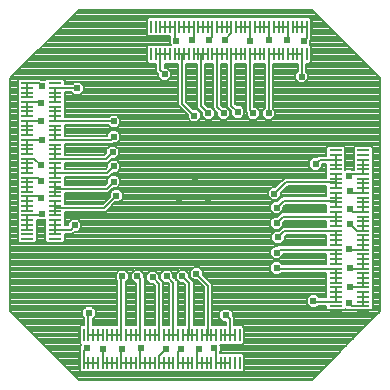
<source format=gbl>
G75*
%MOIN*%
%OFA0B0*%
%FSLAX25Y25*%
%IPPOS*%
%LPD*%
%AMOC8*
5,1,8,0,0,1.08239X$1,22.5*
%
%ADD10R,0.04488X0.00787*%
%ADD11R,0.00787X0.04488*%
%ADD12C,0.00787*%
%ADD13C,0.02381*%
D10*
X0054445Y0124425D03*
X0054445Y0126000D03*
X0054445Y0127575D03*
X0054445Y0129150D03*
X0054445Y0130724D03*
X0054445Y0132299D03*
X0054445Y0133874D03*
X0054445Y0135449D03*
X0054445Y0137024D03*
X0054445Y0138598D03*
X0054445Y0140173D03*
X0054445Y0141748D03*
X0054445Y0143323D03*
X0054445Y0144898D03*
X0054445Y0146472D03*
X0054445Y0148047D03*
X0054445Y0149622D03*
X0054445Y0151197D03*
X0054445Y0152772D03*
X0054445Y0154346D03*
X0054445Y0155921D03*
X0054445Y0157496D03*
X0054445Y0159071D03*
X0054445Y0160646D03*
X0054445Y0162220D03*
X0054445Y0163795D03*
X0054445Y0165370D03*
X0054445Y0166945D03*
X0054445Y0168520D03*
X0054445Y0170094D03*
X0054445Y0171669D03*
X0054445Y0173244D03*
X0054445Y0174819D03*
X0054445Y0176394D03*
X0054445Y0177969D03*
X0063657Y0177969D03*
X0063657Y0176394D03*
X0063657Y0174819D03*
X0063657Y0173244D03*
X0063657Y0171669D03*
X0063657Y0170094D03*
X0063657Y0168520D03*
X0063657Y0166945D03*
X0063657Y0165370D03*
X0063657Y0163795D03*
X0063657Y0162220D03*
X0063657Y0160646D03*
X0063657Y0159071D03*
X0063657Y0157496D03*
X0063657Y0155921D03*
X0063657Y0154346D03*
X0063657Y0152772D03*
X0063657Y0151197D03*
X0063657Y0149622D03*
X0063657Y0148047D03*
X0063657Y0146472D03*
X0063657Y0144898D03*
X0063657Y0143323D03*
X0063657Y0141748D03*
X0063657Y0140173D03*
X0063657Y0138598D03*
X0063657Y0137024D03*
X0063657Y0135449D03*
X0063657Y0133874D03*
X0063657Y0132299D03*
X0063657Y0130724D03*
X0063657Y0129150D03*
X0063657Y0127575D03*
X0063657Y0126000D03*
X0063657Y0124425D03*
X0157240Y0124031D03*
X0157240Y0122457D03*
X0157240Y0120882D03*
X0157240Y0119307D03*
X0157240Y0117732D03*
X0157240Y0116157D03*
X0157240Y0114583D03*
X0157240Y0113008D03*
X0157240Y0111433D03*
X0157240Y0109858D03*
X0157240Y0108283D03*
X0157240Y0106709D03*
X0157240Y0105134D03*
X0157240Y0103559D03*
X0157240Y0101984D03*
X0157240Y0100409D03*
X0166453Y0100409D03*
X0166453Y0101984D03*
X0166453Y0103559D03*
X0166453Y0105134D03*
X0166453Y0106709D03*
X0166453Y0108283D03*
X0166453Y0109858D03*
X0166453Y0111433D03*
X0166453Y0113008D03*
X0166453Y0114583D03*
X0166453Y0116157D03*
X0166453Y0117732D03*
X0166453Y0119307D03*
X0166453Y0120882D03*
X0166453Y0122457D03*
X0166453Y0124031D03*
X0166453Y0125606D03*
X0166453Y0127181D03*
X0166453Y0128756D03*
X0166453Y0130331D03*
X0166453Y0131906D03*
X0166453Y0133480D03*
X0166453Y0135055D03*
X0166453Y0136630D03*
X0166453Y0138205D03*
X0166453Y0139780D03*
X0166453Y0141354D03*
X0166453Y0142929D03*
X0166453Y0144504D03*
X0166453Y0146079D03*
X0166453Y0147654D03*
X0166453Y0149228D03*
X0166453Y0150803D03*
X0166453Y0152378D03*
X0166453Y0153953D03*
X0157240Y0153953D03*
X0157240Y0152378D03*
X0157240Y0150803D03*
X0157240Y0149228D03*
X0157240Y0147654D03*
X0157240Y0146079D03*
X0157240Y0144504D03*
X0157240Y0142929D03*
X0157240Y0141354D03*
X0157240Y0139780D03*
X0157240Y0138205D03*
X0157240Y0136630D03*
X0157240Y0135055D03*
X0157240Y0133480D03*
X0157240Y0131906D03*
X0157240Y0130331D03*
X0157240Y0128756D03*
X0157240Y0127181D03*
X0157240Y0125606D03*
D11*
X0125213Y0092398D03*
X0123638Y0092398D03*
X0122063Y0092398D03*
X0120488Y0092398D03*
X0118913Y0092398D03*
X0117339Y0092398D03*
X0115764Y0092398D03*
X0114189Y0092398D03*
X0112614Y0092398D03*
X0111039Y0092398D03*
X0109465Y0092398D03*
X0107890Y0092398D03*
X0106315Y0092398D03*
X0104740Y0092398D03*
X0103165Y0092398D03*
X0101591Y0092398D03*
X0100016Y0092398D03*
X0098441Y0092398D03*
X0096866Y0092398D03*
X0095291Y0092398D03*
X0093717Y0092398D03*
X0092142Y0092398D03*
X0090567Y0092398D03*
X0088992Y0092398D03*
X0087417Y0092398D03*
X0085843Y0092398D03*
X0084268Y0092398D03*
X0082693Y0092398D03*
X0081118Y0092398D03*
X0079543Y0092398D03*
X0077969Y0092398D03*
X0076394Y0092398D03*
X0074819Y0092398D03*
X0073244Y0092398D03*
X0071669Y0092398D03*
X0071669Y0083185D03*
X0073244Y0083185D03*
X0074819Y0083185D03*
X0076394Y0083185D03*
X0077969Y0083185D03*
X0079543Y0083185D03*
X0081118Y0083185D03*
X0082693Y0083185D03*
X0084268Y0083185D03*
X0085843Y0083185D03*
X0087417Y0083185D03*
X0088992Y0083185D03*
X0090567Y0083185D03*
X0092142Y0083185D03*
X0093717Y0083185D03*
X0095291Y0083185D03*
X0096866Y0083185D03*
X0098441Y0083185D03*
X0100016Y0083185D03*
X0101591Y0083185D03*
X0103165Y0083185D03*
X0104740Y0083185D03*
X0106315Y0083185D03*
X0107890Y0083185D03*
X0109465Y0083185D03*
X0111039Y0083185D03*
X0112614Y0083185D03*
X0114189Y0083185D03*
X0115764Y0083185D03*
X0117339Y0083185D03*
X0118913Y0083185D03*
X0120488Y0083185D03*
X0122063Y0083185D03*
X0123638Y0083185D03*
X0125213Y0083185D03*
X0125606Y0185980D03*
X0124031Y0185980D03*
X0122457Y0185980D03*
X0120882Y0185980D03*
X0119307Y0185980D03*
X0117732Y0185980D03*
X0116157Y0185980D03*
X0114583Y0185980D03*
X0113008Y0185980D03*
X0111433Y0185980D03*
X0109858Y0185980D03*
X0108283Y0185980D03*
X0106709Y0185980D03*
X0105134Y0185980D03*
X0103559Y0185980D03*
X0101984Y0185980D03*
X0100409Y0185980D03*
X0098835Y0185980D03*
X0097260Y0185980D03*
X0095685Y0185980D03*
X0095685Y0195193D03*
X0097260Y0195193D03*
X0098835Y0195193D03*
X0100409Y0195193D03*
X0101984Y0195193D03*
X0103559Y0195193D03*
X0105134Y0195193D03*
X0106709Y0195193D03*
X0108283Y0195193D03*
X0109858Y0195193D03*
X0111433Y0195193D03*
X0113008Y0195193D03*
X0114583Y0195193D03*
X0116157Y0195193D03*
X0117732Y0195193D03*
X0119307Y0195193D03*
X0120882Y0195193D03*
X0122457Y0195193D03*
X0124031Y0195193D03*
X0125606Y0195193D03*
X0127181Y0195193D03*
X0128756Y0195193D03*
X0130331Y0195193D03*
X0131906Y0195193D03*
X0133480Y0195193D03*
X0135055Y0195193D03*
X0136630Y0195193D03*
X0138205Y0195193D03*
X0139780Y0195193D03*
X0141354Y0195193D03*
X0142929Y0195193D03*
X0144504Y0195193D03*
X0146079Y0195193D03*
X0147654Y0195193D03*
X0149228Y0195193D03*
X0149228Y0185980D03*
X0147654Y0185980D03*
X0146079Y0185980D03*
X0144504Y0185980D03*
X0142929Y0185980D03*
X0141354Y0185980D03*
X0139780Y0185980D03*
X0138205Y0185980D03*
X0136630Y0185980D03*
X0135055Y0185980D03*
X0133480Y0185980D03*
X0131906Y0185980D03*
X0130331Y0185980D03*
X0128756Y0185980D03*
X0127181Y0185980D03*
D12*
X0048850Y0100396D02*
X0071656Y0077591D01*
X0149242Y0077591D01*
X0172047Y0100396D01*
X0172047Y0177982D01*
X0149242Y0200787D01*
X0071656Y0200787D01*
X0048850Y0177982D01*
X0048850Y0100396D01*
X0048850Y0100679D02*
X0072831Y0100679D01*
X0072831Y0100724D02*
X0072831Y0098914D01*
X0073431Y0098314D01*
X0073431Y0095635D01*
X0072439Y0095635D01*
X0071857Y0095053D01*
X0071857Y0089742D01*
X0072365Y0089234D01*
X0072044Y0088913D01*
X0072044Y0087786D01*
X0071857Y0087598D01*
X0071857Y0080529D01*
X0072439Y0079947D01*
X0126018Y0079947D01*
X0126600Y0080529D01*
X0126600Y0085841D01*
X0126018Y0086423D01*
X0118726Y0086423D01*
X0118726Y0086897D01*
X0118932Y0087103D01*
X0118932Y0088913D01*
X0118685Y0089160D01*
X0124443Y0089160D01*
X0126018Y0089160D01*
X0126600Y0089742D01*
X0126600Y0095053D01*
X0126018Y0095635D01*
X0123450Y0095635D01*
X0123450Y0098228D01*
X0122869Y0098809D01*
X0122869Y0099936D01*
X0121590Y0101216D01*
X0119780Y0101216D01*
X0118501Y0099936D01*
X0118501Y0098127D01*
X0119780Y0096847D01*
X0120676Y0096847D01*
X0120676Y0095635D01*
X0116167Y0095635D01*
X0116167Y0109449D01*
X0113027Y0112589D01*
X0113027Y0113716D01*
X0111747Y0114995D01*
X0109938Y0114995D01*
X0108658Y0113716D01*
X0108658Y0111906D01*
X0109938Y0110627D01*
X0111065Y0110627D01*
X0113392Y0108299D01*
X0113392Y0095635D01*
X0109868Y0095635D01*
X0109868Y0110236D01*
X0108302Y0111801D01*
X0108302Y0112928D01*
X0107023Y0114208D01*
X0105213Y0114208D01*
X0103934Y0112928D01*
X0103934Y0111119D01*
X0105213Y0109839D01*
X0106340Y0109839D01*
X0107093Y0109087D01*
X0107093Y0095635D01*
X0104553Y0095635D01*
X0104553Y0110433D01*
X0103184Y0111801D01*
X0103184Y0112928D01*
X0101905Y0114208D01*
X0100095Y0114208D01*
X0098816Y0112928D01*
X0098816Y0111119D01*
X0100095Y0109839D01*
X0101222Y0109839D01*
X0101778Y0109284D01*
X0101778Y0095635D01*
X0099828Y0095635D01*
X0099828Y0110039D01*
X0098460Y0111408D01*
X0098460Y0112535D01*
X0097180Y0113814D01*
X0095371Y0113814D01*
X0094091Y0112535D01*
X0094091Y0110725D01*
X0095371Y0109446D01*
X0096498Y0109446D01*
X0097054Y0108890D01*
X0097054Y0095635D01*
X0093529Y0095635D01*
X0093529Y0111614D01*
X0093342Y0111801D01*
X0093342Y0112928D01*
X0092062Y0114208D01*
X0090253Y0114208D01*
X0088973Y0112928D01*
X0088973Y0111119D01*
X0090253Y0109839D01*
X0090754Y0109839D01*
X0090754Y0095635D01*
X0087230Y0095635D01*
X0087230Y0110125D01*
X0088224Y0111119D01*
X0088224Y0112928D01*
X0086944Y0114208D01*
X0085135Y0114208D01*
X0083855Y0112928D01*
X0083855Y0111119D01*
X0084455Y0110519D01*
X0084455Y0095635D01*
X0076206Y0095635D01*
X0076206Y0097920D01*
X0077200Y0098914D01*
X0077200Y0100724D01*
X0075920Y0102003D01*
X0074111Y0102003D01*
X0072831Y0100724D01*
X0072831Y0099893D02*
X0049353Y0099893D01*
X0050139Y0099107D02*
X0072831Y0099107D01*
X0073424Y0098322D02*
X0050925Y0098322D01*
X0051711Y0097536D02*
X0073431Y0097536D01*
X0073431Y0096750D02*
X0052497Y0096750D01*
X0053283Y0095964D02*
X0073431Y0095964D01*
X0071981Y0095178D02*
X0054069Y0095178D01*
X0054855Y0094392D02*
X0071857Y0094392D01*
X0071857Y0093606D02*
X0055641Y0093606D01*
X0056426Y0092820D02*
X0071857Y0092820D01*
X0071857Y0092034D02*
X0057212Y0092034D01*
X0057998Y0091248D02*
X0071857Y0091248D01*
X0071857Y0090462D02*
X0058784Y0090462D01*
X0059570Y0089676D02*
X0071922Y0089676D01*
X0072044Y0088891D02*
X0060356Y0088891D01*
X0061142Y0088105D02*
X0072044Y0088105D01*
X0071857Y0087319D02*
X0061928Y0087319D01*
X0062714Y0086533D02*
X0071857Y0086533D01*
X0071857Y0085747D02*
X0063500Y0085747D01*
X0064286Y0084961D02*
X0071857Y0084961D01*
X0071857Y0084175D02*
X0065071Y0084175D01*
X0065857Y0083389D02*
X0071857Y0083389D01*
X0071857Y0082603D02*
X0066643Y0082603D01*
X0067429Y0081817D02*
X0071857Y0081817D01*
X0071857Y0081031D02*
X0068215Y0081031D01*
X0069001Y0080246D02*
X0072141Y0080246D01*
X0070573Y0078674D02*
X0150325Y0078674D01*
X0151111Y0079460D02*
X0069787Y0079460D01*
X0071359Y0077888D02*
X0149539Y0077888D01*
X0151897Y0080246D02*
X0126316Y0080246D01*
X0126600Y0081031D02*
X0152682Y0081031D01*
X0153468Y0081817D02*
X0126600Y0081817D01*
X0126600Y0082603D02*
X0154254Y0082603D01*
X0155040Y0083389D02*
X0126600Y0083389D01*
X0126600Y0084175D02*
X0155826Y0084175D01*
X0156612Y0084961D02*
X0126600Y0084961D01*
X0126600Y0085747D02*
X0157398Y0085747D01*
X0158184Y0086533D02*
X0118726Y0086533D01*
X0118932Y0087319D02*
X0158970Y0087319D01*
X0159756Y0088105D02*
X0118932Y0088105D01*
X0118932Y0088891D02*
X0160542Y0088891D01*
X0161328Y0089676D02*
X0126535Y0089676D01*
X0126600Y0090462D02*
X0162113Y0090462D01*
X0162899Y0091248D02*
X0126600Y0091248D01*
X0126600Y0092034D02*
X0163685Y0092034D01*
X0164471Y0092820D02*
X0126600Y0092820D01*
X0126600Y0093606D02*
X0165257Y0093606D01*
X0166043Y0094392D02*
X0126600Y0094392D01*
X0126475Y0095178D02*
X0166829Y0095178D01*
X0167615Y0095964D02*
X0123450Y0095964D01*
X0123450Y0096750D02*
X0168401Y0096750D01*
X0169187Y0097536D02*
X0123450Y0097536D01*
X0123357Y0098322D02*
X0169973Y0098322D01*
X0170758Y0099107D02*
X0122869Y0099107D01*
X0122869Y0099893D02*
X0171544Y0099893D01*
X0172047Y0100679D02*
X0169191Y0100679D01*
X0169108Y0100597D02*
X0169691Y0101179D01*
X0169691Y0154758D01*
X0169108Y0155340D01*
X0163797Y0155340D01*
X0163215Y0154758D01*
X0163215Y0147466D01*
X0162741Y0147466D01*
X0162535Y0147672D01*
X0160725Y0147672D01*
X0160478Y0147425D01*
X0160478Y0153183D01*
X0160478Y0154758D01*
X0159896Y0155340D01*
X0154584Y0155340D01*
X0154002Y0154758D01*
X0154002Y0152191D01*
X0151410Y0152191D01*
X0150828Y0151609D01*
X0149702Y0151609D01*
X0148422Y0150330D01*
X0148422Y0148520D01*
X0149702Y0147241D01*
X0151511Y0147241D01*
X0152791Y0148520D01*
X0152791Y0149416D01*
X0154002Y0149416D01*
X0154002Y0144907D01*
X0140189Y0144907D01*
X0137049Y0141767D01*
X0135922Y0141767D01*
X0134643Y0140487D01*
X0134643Y0138678D01*
X0135922Y0137398D01*
X0137732Y0137398D01*
X0139011Y0138678D01*
X0139011Y0139805D01*
X0141338Y0142132D01*
X0154002Y0142132D01*
X0154002Y0138608D01*
X0139402Y0138608D01*
X0137836Y0137043D01*
X0136709Y0137043D01*
X0135430Y0135763D01*
X0135430Y0133954D01*
X0136709Y0132674D01*
X0138519Y0132674D01*
X0139798Y0133954D01*
X0139798Y0135080D01*
X0140551Y0135833D01*
X0154002Y0135833D01*
X0154002Y0133293D01*
X0139205Y0133293D01*
X0137836Y0131924D01*
X0136709Y0131924D01*
X0135430Y0130645D01*
X0135430Y0128835D01*
X0136709Y0127556D01*
X0138519Y0127556D01*
X0139798Y0128835D01*
X0139798Y0129962D01*
X0140354Y0130518D01*
X0154002Y0130518D01*
X0154002Y0128568D01*
X0139599Y0128568D01*
X0138230Y0127200D01*
X0137103Y0127200D01*
X0135824Y0125920D01*
X0135824Y0124111D01*
X0137103Y0122831D01*
X0138913Y0122831D01*
X0140192Y0124111D01*
X0140192Y0125238D01*
X0140748Y0125794D01*
X0154002Y0125794D01*
X0154002Y0122269D01*
X0138024Y0122269D01*
X0137836Y0122082D01*
X0136709Y0122082D01*
X0135430Y0120802D01*
X0135430Y0118993D01*
X0136709Y0117713D01*
X0138519Y0117713D01*
X0139798Y0118993D01*
X0139798Y0119494D01*
X0154002Y0119494D01*
X0154002Y0115970D01*
X0139513Y0115970D01*
X0138519Y0116964D01*
X0136709Y0116964D01*
X0135430Y0115684D01*
X0135430Y0113875D01*
X0136709Y0112595D01*
X0138519Y0112595D01*
X0139119Y0113195D01*
X0154002Y0113195D01*
X0154002Y0104946D01*
X0151717Y0104946D01*
X0150724Y0105940D01*
X0148914Y0105940D01*
X0147635Y0104661D01*
X0147635Y0102851D01*
X0148914Y0101572D01*
X0150724Y0101572D01*
X0151324Y0102172D01*
X0154002Y0102172D01*
X0154002Y0101179D01*
X0154584Y0100597D01*
X0159896Y0100597D01*
X0160404Y0101105D01*
X0160725Y0100784D01*
X0161852Y0100784D01*
X0162039Y0100597D01*
X0169108Y0100597D01*
X0169691Y0101465D02*
X0172047Y0101465D01*
X0172047Y0102251D02*
X0169691Y0102251D01*
X0169691Y0103037D02*
X0172047Y0103037D01*
X0172047Y0103823D02*
X0169691Y0103823D01*
X0169691Y0104609D02*
X0172047Y0104609D01*
X0172047Y0105395D02*
X0169691Y0105395D01*
X0169691Y0106181D02*
X0172047Y0106181D01*
X0172047Y0106967D02*
X0169691Y0106967D01*
X0169691Y0107752D02*
X0172047Y0107752D01*
X0172047Y0108538D02*
X0169691Y0108538D01*
X0169691Y0109324D02*
X0172047Y0109324D01*
X0172047Y0110110D02*
X0169691Y0110110D01*
X0169691Y0110896D02*
X0172047Y0110896D01*
X0172047Y0111682D02*
X0169691Y0111682D01*
X0169691Y0112468D02*
X0172047Y0112468D01*
X0172047Y0113254D02*
X0169691Y0113254D01*
X0169691Y0114040D02*
X0172047Y0114040D01*
X0172047Y0114826D02*
X0169691Y0114826D01*
X0169691Y0115612D02*
X0172047Y0115612D01*
X0172047Y0116398D02*
X0169691Y0116398D01*
X0169691Y0117183D02*
X0172047Y0117183D01*
X0172047Y0117969D02*
X0169691Y0117969D01*
X0169691Y0118755D02*
X0172047Y0118755D01*
X0172047Y0119541D02*
X0169691Y0119541D01*
X0169691Y0120327D02*
X0172047Y0120327D01*
X0172047Y0121113D02*
X0169691Y0121113D01*
X0169691Y0121899D02*
X0172047Y0121899D01*
X0172047Y0122685D02*
X0169691Y0122685D01*
X0169691Y0123471D02*
X0172047Y0123471D01*
X0172047Y0124257D02*
X0169691Y0124257D01*
X0169691Y0125043D02*
X0172047Y0125043D01*
X0172047Y0125828D02*
X0169691Y0125828D01*
X0169691Y0126614D02*
X0172047Y0126614D01*
X0172047Y0127400D02*
X0169691Y0127400D01*
X0169691Y0128186D02*
X0172047Y0128186D01*
X0172047Y0128972D02*
X0169691Y0128972D01*
X0169691Y0129758D02*
X0172047Y0129758D01*
X0172047Y0130544D02*
X0169691Y0130544D01*
X0169691Y0131330D02*
X0172047Y0131330D01*
X0172047Y0132116D02*
X0169691Y0132116D01*
X0169691Y0132902D02*
X0172047Y0132902D01*
X0172047Y0133688D02*
X0169691Y0133688D01*
X0169691Y0134473D02*
X0172047Y0134473D01*
X0172047Y0135259D02*
X0169691Y0135259D01*
X0169691Y0136045D02*
X0172047Y0136045D01*
X0172047Y0136831D02*
X0169691Y0136831D01*
X0169691Y0137617D02*
X0172047Y0137617D01*
X0172047Y0138403D02*
X0169691Y0138403D01*
X0169691Y0139189D02*
X0172047Y0139189D01*
X0172047Y0139975D02*
X0169691Y0139975D01*
X0169691Y0140761D02*
X0172047Y0140761D01*
X0172047Y0141547D02*
X0169691Y0141547D01*
X0169691Y0142333D02*
X0172047Y0142333D01*
X0172047Y0143119D02*
X0169691Y0143119D01*
X0169691Y0143904D02*
X0172047Y0143904D01*
X0172047Y0144690D02*
X0169691Y0144690D01*
X0169691Y0145476D02*
X0172047Y0145476D01*
X0172047Y0146262D02*
X0169691Y0146262D01*
X0169691Y0147048D02*
X0172047Y0147048D01*
X0172047Y0147834D02*
X0169691Y0147834D01*
X0169691Y0148620D02*
X0172047Y0148620D01*
X0172047Y0149406D02*
X0169691Y0149406D01*
X0169691Y0150192D02*
X0172047Y0150192D01*
X0172047Y0150978D02*
X0169691Y0150978D01*
X0169691Y0151764D02*
X0172047Y0151764D01*
X0172047Y0152549D02*
X0169691Y0152549D01*
X0169691Y0153335D02*
X0172047Y0153335D01*
X0172047Y0154121D02*
X0169691Y0154121D01*
X0169541Y0154907D02*
X0172047Y0154907D01*
X0172047Y0155693D02*
X0066895Y0155693D01*
X0066895Y0156109D02*
X0082874Y0156109D01*
X0083061Y0156296D01*
X0084188Y0156296D01*
X0085468Y0157576D01*
X0085468Y0159385D01*
X0084188Y0160665D01*
X0082379Y0160665D01*
X0081099Y0159385D01*
X0081099Y0158883D01*
X0066895Y0158883D01*
X0066895Y0162408D01*
X0081385Y0162408D01*
X0082379Y0161414D01*
X0084188Y0161414D01*
X0085468Y0162694D01*
X0085468Y0164503D01*
X0084188Y0165783D01*
X0082379Y0165783D01*
X0081779Y0165183D01*
X0066895Y0165183D01*
X0066895Y0173431D01*
X0069180Y0173431D01*
X0070174Y0172438D01*
X0071983Y0172438D01*
X0073263Y0173717D01*
X0073263Y0175527D01*
X0071983Y0176806D01*
X0070174Y0176806D01*
X0069574Y0176206D01*
X0066895Y0176206D01*
X0066895Y0177199D01*
X0066313Y0177781D01*
X0061002Y0177781D01*
X0060493Y0177273D01*
X0060172Y0177594D01*
X0059046Y0177594D01*
X0058858Y0177781D01*
X0053870Y0177781D01*
X0051789Y0177781D01*
X0051207Y0177199D01*
X0051207Y0123620D01*
X0051789Y0123038D01*
X0057101Y0123038D01*
X0057683Y0123620D01*
X0057683Y0130912D01*
X0058157Y0130912D01*
X0058363Y0130706D01*
X0060172Y0130706D01*
X0060420Y0130953D01*
X0060420Y0123620D01*
X0061002Y0123038D01*
X0066313Y0123038D01*
X0066895Y0123620D01*
X0066895Y0126187D01*
X0069488Y0126187D01*
X0070069Y0126769D01*
X0071196Y0126769D01*
X0072476Y0128048D01*
X0072476Y0129857D01*
X0071196Y0131137D01*
X0069387Y0131137D01*
X0068107Y0129857D01*
X0068107Y0128962D01*
X0066895Y0128962D01*
X0066895Y0133471D01*
X0080709Y0133471D01*
X0083849Y0136611D01*
X0084976Y0136611D01*
X0086255Y0137891D01*
X0086255Y0139700D01*
X0084976Y0140980D01*
X0083166Y0140980D01*
X0081887Y0139700D01*
X0081887Y0138573D01*
X0079559Y0136246D01*
X0066895Y0136246D01*
X0066895Y0139770D01*
X0081496Y0139770D01*
X0083061Y0141335D01*
X0084188Y0141335D01*
X0085468Y0142615D01*
X0085468Y0144424D01*
X0084188Y0145704D01*
X0082379Y0145704D01*
X0081099Y0144424D01*
X0081099Y0143298D01*
X0080347Y0142545D01*
X0066895Y0142545D01*
X0066895Y0145085D01*
X0081693Y0145085D01*
X0083061Y0146454D01*
X0084188Y0146454D01*
X0085468Y0147733D01*
X0085468Y0149543D01*
X0084188Y0150822D01*
X0082379Y0150822D01*
X0081099Y0149543D01*
X0081099Y0148416D01*
X0080543Y0147860D01*
X0066895Y0147860D01*
X0066895Y0149809D01*
X0081299Y0149809D01*
X0082668Y0151178D01*
X0083795Y0151178D01*
X0085074Y0152457D01*
X0085074Y0154267D01*
X0083795Y0155546D01*
X0081985Y0155546D01*
X0080706Y0154267D01*
X0080706Y0153140D01*
X0080150Y0152584D01*
X0066895Y0152584D01*
X0066895Y0156109D01*
X0066895Y0154907D02*
X0081346Y0154907D01*
X0080706Y0154121D02*
X0066895Y0154121D01*
X0066895Y0153335D02*
X0080706Y0153335D01*
X0080724Y0151197D02*
X0082890Y0153362D01*
X0085074Y0153335D02*
X0154002Y0153335D01*
X0154002Y0152549D02*
X0085074Y0152549D01*
X0084380Y0151764D02*
X0150983Y0151764D01*
X0151984Y0150803D02*
X0150606Y0149425D01*
X0151984Y0150803D02*
X0157240Y0150803D01*
X0157240Y0152378D02*
X0157240Y0147654D01*
X0157240Y0146079D02*
X0157240Y0143520D01*
X0140764Y0143520D01*
X0136827Y0139583D01*
X0139011Y0139189D02*
X0154002Y0139189D01*
X0154002Y0139975D02*
X0139181Y0139975D01*
X0139967Y0140761D02*
X0154002Y0140761D01*
X0154002Y0141547D02*
X0140753Y0141547D01*
X0138401Y0143119D02*
X0085468Y0143119D01*
X0085468Y0143904D02*
X0139186Y0143904D01*
X0139972Y0144690D02*
X0085202Y0144690D01*
X0084416Y0145476D02*
X0154002Y0145476D01*
X0154002Y0146262D02*
X0082870Y0146262D01*
X0082151Y0145476D02*
X0082084Y0145476D01*
X0081365Y0144690D02*
X0066895Y0144690D01*
X0066895Y0143904D02*
X0081099Y0143904D01*
X0080920Y0143119D02*
X0066895Y0143119D01*
X0063657Y0143323D02*
X0063657Y0141157D01*
X0080921Y0141157D01*
X0083283Y0143520D01*
X0085185Y0142333D02*
X0137615Y0142333D01*
X0135702Y0141547D02*
X0084399Y0141547D01*
X0085194Y0140761D02*
X0134916Y0140761D01*
X0134643Y0139975D02*
X0085980Y0139975D01*
X0086255Y0139189D02*
X0134643Y0139189D01*
X0134917Y0138403D02*
X0086255Y0138403D01*
X0085982Y0137617D02*
X0135703Y0137617D01*
X0136498Y0136831D02*
X0085196Y0136831D01*
X0083283Y0136045D02*
X0135712Y0136045D01*
X0135430Y0135259D02*
X0082497Y0135259D01*
X0081711Y0134473D02*
X0135430Y0134473D01*
X0135696Y0133688D02*
X0080925Y0133688D01*
X0080134Y0134858D02*
X0084071Y0138795D01*
X0081887Y0139189D02*
X0066895Y0139189D01*
X0066895Y0138403D02*
X0081717Y0138403D01*
X0080931Y0137617D02*
X0066895Y0137617D01*
X0066895Y0136831D02*
X0080145Y0136831D01*
X0080134Y0134858D02*
X0063657Y0134858D01*
X0063657Y0132299D01*
X0063657Y0130724D02*
X0063657Y0126000D01*
X0063657Y0127575D02*
X0068913Y0127575D01*
X0070291Y0128953D01*
X0068107Y0128972D02*
X0066895Y0128972D01*
X0066895Y0129758D02*
X0068107Y0129758D01*
X0068794Y0130544D02*
X0066895Y0130544D01*
X0066895Y0131330D02*
X0136115Y0131330D01*
X0135430Y0130544D02*
X0071789Y0130544D01*
X0072476Y0129758D02*
X0135430Y0129758D01*
X0135430Y0128972D02*
X0072476Y0128972D01*
X0072476Y0128186D02*
X0136079Y0128186D01*
X0136518Y0126614D02*
X0069915Y0126614D01*
X0071828Y0127400D02*
X0138430Y0127400D01*
X0139149Y0128186D02*
X0139216Y0128186D01*
X0139798Y0128972D02*
X0154002Y0128972D01*
X0154002Y0129758D02*
X0139798Y0129758D01*
X0139780Y0131906D02*
X0137614Y0129740D01*
X0138028Y0132116D02*
X0066895Y0132116D01*
X0066895Y0132902D02*
X0136482Y0132902D01*
X0137614Y0134858D02*
X0139976Y0137220D01*
X0157240Y0137220D01*
X0157240Y0135055D01*
X0157240Y0133480D02*
X0157240Y0128756D01*
X0157240Y0127181D02*
X0140173Y0127181D01*
X0138008Y0125016D01*
X0140192Y0125043D02*
X0154002Y0125043D01*
X0154002Y0124257D02*
X0140192Y0124257D01*
X0139552Y0123471D02*
X0154002Y0123471D01*
X0154002Y0122685D02*
X0048850Y0122685D01*
X0048850Y0123471D02*
X0051356Y0123471D01*
X0051207Y0124257D02*
X0048850Y0124257D01*
X0048850Y0125043D02*
X0051207Y0125043D01*
X0051207Y0125828D02*
X0048850Y0125828D01*
X0048850Y0126614D02*
X0051207Y0126614D01*
X0051207Y0127400D02*
X0048850Y0127400D01*
X0048850Y0128186D02*
X0051207Y0128186D01*
X0051207Y0128972D02*
X0048850Y0128972D01*
X0048850Y0129758D02*
X0051207Y0129758D01*
X0051207Y0130544D02*
X0048850Y0130544D01*
X0048850Y0131330D02*
X0051207Y0131330D01*
X0051207Y0132116D02*
X0048850Y0132116D01*
X0048850Y0132902D02*
X0051207Y0132902D01*
X0051207Y0133688D02*
X0048850Y0133688D01*
X0048850Y0134473D02*
X0051207Y0134473D01*
X0051207Y0135259D02*
X0048850Y0135259D01*
X0048850Y0136045D02*
X0051207Y0136045D01*
X0051207Y0136831D02*
X0048850Y0136831D01*
X0048850Y0137617D02*
X0051207Y0137617D01*
X0051207Y0138403D02*
X0048850Y0138403D01*
X0048850Y0139189D02*
X0051207Y0139189D01*
X0051207Y0139975D02*
X0048850Y0139975D01*
X0048850Y0140761D02*
X0051207Y0140761D01*
X0051207Y0141547D02*
X0048850Y0141547D01*
X0048850Y0142333D02*
X0051207Y0142333D01*
X0051207Y0143119D02*
X0048850Y0143119D01*
X0048850Y0143904D02*
X0051207Y0143904D01*
X0051207Y0144690D02*
X0048850Y0144690D01*
X0048850Y0145476D02*
X0051207Y0145476D01*
X0051207Y0146262D02*
X0048850Y0146262D01*
X0048850Y0147048D02*
X0051207Y0147048D01*
X0051207Y0147834D02*
X0048850Y0147834D01*
X0048850Y0148620D02*
X0051207Y0148620D01*
X0051207Y0149406D02*
X0048850Y0149406D01*
X0048850Y0150192D02*
X0051207Y0150192D01*
X0051207Y0150978D02*
X0048850Y0150978D01*
X0048850Y0151764D02*
X0051207Y0151764D01*
X0051207Y0152549D02*
X0048850Y0152549D01*
X0048850Y0153335D02*
X0051207Y0153335D01*
X0051207Y0154121D02*
X0048850Y0154121D01*
X0048850Y0154907D02*
X0051207Y0154907D01*
X0051207Y0155693D02*
X0048850Y0155693D01*
X0048850Y0156479D02*
X0051207Y0156479D01*
X0051207Y0157265D02*
X0048850Y0157265D01*
X0048850Y0158051D02*
X0051207Y0158051D01*
X0051207Y0158837D02*
X0048850Y0158837D01*
X0048850Y0159623D02*
X0051207Y0159623D01*
X0051207Y0160409D02*
X0048850Y0160409D01*
X0048850Y0161195D02*
X0051207Y0161195D01*
X0051207Y0161980D02*
X0048850Y0161980D01*
X0048850Y0162766D02*
X0051207Y0162766D01*
X0051207Y0163552D02*
X0048850Y0163552D01*
X0048850Y0164338D02*
X0051207Y0164338D01*
X0051207Y0165124D02*
X0048850Y0165124D01*
X0048850Y0165910D02*
X0051207Y0165910D01*
X0051207Y0166696D02*
X0048850Y0166696D01*
X0048850Y0167482D02*
X0051207Y0167482D01*
X0051207Y0168268D02*
X0048850Y0168268D01*
X0048850Y0169054D02*
X0051207Y0169054D01*
X0051207Y0169840D02*
X0048850Y0169840D01*
X0048850Y0170625D02*
X0051207Y0170625D01*
X0051207Y0171411D02*
X0048850Y0171411D01*
X0048850Y0172197D02*
X0051207Y0172197D01*
X0051207Y0172983D02*
X0048850Y0172983D01*
X0048850Y0173769D02*
X0051207Y0173769D01*
X0051207Y0174555D02*
X0048850Y0174555D01*
X0048850Y0175341D02*
X0051207Y0175341D01*
X0051207Y0176127D02*
X0048850Y0176127D01*
X0048850Y0176913D02*
X0051207Y0176913D01*
X0051707Y0177699D02*
X0048850Y0177699D01*
X0049353Y0178485D02*
X0098028Y0178485D01*
X0098028Y0178442D02*
X0099308Y0177162D01*
X0101117Y0177162D01*
X0102397Y0178442D01*
X0102397Y0180251D01*
X0101117Y0181531D01*
X0100222Y0181531D01*
X0100222Y0182743D01*
X0104731Y0182743D01*
X0104731Y0168929D01*
X0107871Y0165789D01*
X0107871Y0164662D01*
X0109150Y0163383D01*
X0110960Y0163383D01*
X0112239Y0164662D01*
X0112239Y0166472D01*
X0110960Y0167751D01*
X0109833Y0167751D01*
X0107505Y0170079D01*
X0107505Y0182743D01*
X0111030Y0182743D01*
X0111030Y0168142D01*
X0112595Y0166576D01*
X0112595Y0165450D01*
X0113875Y0164170D01*
X0115684Y0164170D01*
X0116964Y0165450D01*
X0116964Y0167259D01*
X0115684Y0168539D01*
X0114557Y0168539D01*
X0113805Y0169291D01*
X0113805Y0182743D01*
X0116345Y0182743D01*
X0116345Y0167945D01*
X0117713Y0166576D01*
X0117713Y0165450D01*
X0118993Y0164170D01*
X0120802Y0164170D01*
X0122082Y0165450D01*
X0122082Y0167259D01*
X0120802Y0168539D01*
X0119675Y0168539D01*
X0119120Y0169094D01*
X0119120Y0182743D01*
X0121069Y0182743D01*
X0121069Y0168339D01*
X0122438Y0166970D01*
X0122438Y0165843D01*
X0123717Y0164564D01*
X0125527Y0164564D01*
X0126806Y0165843D01*
X0126806Y0167653D01*
X0125527Y0168932D01*
X0124400Y0168932D01*
X0123844Y0169488D01*
X0123844Y0182743D01*
X0127369Y0182743D01*
X0127369Y0166764D01*
X0127556Y0166576D01*
X0127556Y0165450D01*
X0128835Y0164170D01*
X0130645Y0164170D01*
X0131924Y0165450D01*
X0131924Y0167259D01*
X0130645Y0168539D01*
X0130143Y0168539D01*
X0130143Y0182743D01*
X0133668Y0182743D01*
X0133668Y0168253D01*
X0132674Y0167259D01*
X0132674Y0165450D01*
X0133954Y0164170D01*
X0135763Y0164170D01*
X0137043Y0165450D01*
X0137043Y0167259D01*
X0136443Y0167859D01*
X0136443Y0182743D01*
X0144691Y0182743D01*
X0144691Y0180457D01*
X0143698Y0179464D01*
X0143698Y0177654D01*
X0144977Y0176375D01*
X0146787Y0176375D01*
X0148066Y0177654D01*
X0148066Y0179464D01*
X0147466Y0180064D01*
X0147466Y0182743D01*
X0148459Y0182743D01*
X0149041Y0183325D01*
X0149041Y0188636D01*
X0148533Y0189144D01*
X0148854Y0189465D01*
X0148854Y0190592D01*
X0149041Y0190780D01*
X0149041Y0197849D01*
X0148459Y0198431D01*
X0094880Y0198431D01*
X0094298Y0197849D01*
X0094298Y0192537D01*
X0094880Y0191955D01*
X0102172Y0191955D01*
X0102172Y0191481D01*
X0101965Y0191275D01*
X0101965Y0189465D01*
X0102213Y0189218D01*
X0096455Y0189218D01*
X0094880Y0189218D01*
X0094298Y0188636D01*
X0094298Y0183325D01*
X0094880Y0182743D01*
X0097447Y0182743D01*
X0097447Y0180150D01*
X0098028Y0179569D01*
X0098028Y0178442D01*
X0098028Y0179271D02*
X0050139Y0179271D01*
X0050925Y0180056D02*
X0097541Y0180056D01*
X0097447Y0180842D02*
X0051711Y0180842D01*
X0052497Y0181628D02*
X0097447Y0181628D01*
X0097447Y0182414D02*
X0053283Y0182414D01*
X0054069Y0183200D02*
X0094422Y0183200D01*
X0094298Y0183986D02*
X0054855Y0183986D01*
X0055641Y0184772D02*
X0094298Y0184772D01*
X0094298Y0185558D02*
X0056426Y0185558D01*
X0057212Y0186344D02*
X0094298Y0186344D01*
X0094298Y0187130D02*
X0057998Y0187130D01*
X0058784Y0187916D02*
X0094298Y0187916D01*
X0094363Y0188701D02*
X0059570Y0188701D01*
X0060356Y0189487D02*
X0101965Y0189487D01*
X0101965Y0190273D02*
X0061142Y0190273D01*
X0061928Y0191059D02*
X0101965Y0191059D01*
X0102172Y0191845D02*
X0062714Y0191845D01*
X0063500Y0192631D02*
X0094298Y0192631D01*
X0094298Y0193417D02*
X0064286Y0193417D01*
X0065071Y0194203D02*
X0094298Y0194203D01*
X0094298Y0194989D02*
X0065857Y0194989D01*
X0066643Y0195775D02*
X0094298Y0195775D01*
X0094298Y0196561D02*
X0067429Y0196561D01*
X0068215Y0197347D02*
X0094298Y0197347D01*
X0094581Y0198132D02*
X0069001Y0198132D01*
X0069787Y0198918D02*
X0151111Y0198918D01*
X0151897Y0198132D02*
X0148757Y0198132D01*
X0149041Y0197347D02*
X0152682Y0197347D01*
X0153468Y0196561D02*
X0149041Y0196561D01*
X0149041Y0195775D02*
X0154254Y0195775D01*
X0155040Y0194989D02*
X0149041Y0194989D01*
X0149041Y0194203D02*
X0155826Y0194203D01*
X0156612Y0193417D02*
X0149041Y0193417D01*
X0149041Y0192631D02*
X0157398Y0192631D01*
X0158184Y0191845D02*
X0149041Y0191845D01*
X0149041Y0191059D02*
X0158970Y0191059D01*
X0159756Y0190273D02*
X0148854Y0190273D01*
X0148854Y0189487D02*
X0160542Y0189487D01*
X0161328Y0188701D02*
X0148975Y0188701D01*
X0149041Y0187916D02*
X0162113Y0187916D01*
X0162899Y0187130D02*
X0149041Y0187130D01*
X0149041Y0186344D02*
X0163685Y0186344D01*
X0164471Y0185558D02*
X0149041Y0185558D01*
X0149041Y0184772D02*
X0165257Y0184772D01*
X0166043Y0183986D02*
X0149041Y0183986D01*
X0148916Y0183200D02*
X0166829Y0183200D01*
X0167615Y0182414D02*
X0147466Y0182414D01*
X0147466Y0181628D02*
X0168401Y0181628D01*
X0169187Y0180842D02*
X0147466Y0180842D01*
X0147473Y0180056D02*
X0169973Y0180056D01*
X0170758Y0179271D02*
X0148066Y0179271D01*
X0148066Y0178485D02*
X0171544Y0178485D01*
X0172047Y0177699D02*
X0148066Y0177699D01*
X0147325Y0176913D02*
X0172047Y0176913D01*
X0172047Y0176127D02*
X0136443Y0176127D01*
X0136443Y0176913D02*
X0144439Y0176913D01*
X0143698Y0177699D02*
X0136443Y0177699D01*
X0136443Y0178485D02*
X0143698Y0178485D01*
X0143698Y0179271D02*
X0136443Y0179271D01*
X0136443Y0180056D02*
X0144290Y0180056D01*
X0144691Y0180842D02*
X0136443Y0180842D01*
X0136443Y0181628D02*
X0144691Y0181628D01*
X0144691Y0182414D02*
X0136443Y0182414D01*
X0133668Y0182414D02*
X0130143Y0182414D01*
X0130143Y0181628D02*
X0133668Y0181628D01*
X0133668Y0180842D02*
X0130143Y0180842D01*
X0130143Y0180056D02*
X0133668Y0180056D01*
X0133668Y0179271D02*
X0130143Y0179271D01*
X0130143Y0178485D02*
X0133668Y0178485D01*
X0133668Y0177699D02*
X0130143Y0177699D01*
X0130143Y0176913D02*
X0133668Y0176913D01*
X0133668Y0176127D02*
X0130143Y0176127D01*
X0130143Y0175341D02*
X0133668Y0175341D01*
X0133668Y0174555D02*
X0130143Y0174555D01*
X0130143Y0173769D02*
X0133668Y0173769D01*
X0133668Y0172983D02*
X0130143Y0172983D01*
X0130143Y0172197D02*
X0133668Y0172197D01*
X0133668Y0171411D02*
X0130143Y0171411D01*
X0130143Y0170625D02*
X0133668Y0170625D01*
X0133668Y0169840D02*
X0130143Y0169840D01*
X0130143Y0169054D02*
X0133668Y0169054D01*
X0133668Y0168268D02*
X0130916Y0168268D01*
X0131702Y0167482D02*
X0132897Y0167482D01*
X0132674Y0166696D02*
X0131924Y0166696D01*
X0131924Y0165910D02*
X0132674Y0165910D01*
X0132999Y0165124D02*
X0131599Y0165124D01*
X0130813Y0164338D02*
X0133785Y0164338D01*
X0135931Y0164338D02*
X0172047Y0164338D01*
X0172047Y0163552D02*
X0111129Y0163552D01*
X0111915Y0164338D02*
X0113707Y0164338D01*
X0112921Y0165124D02*
X0112239Y0165124D01*
X0112239Y0165910D02*
X0112595Y0165910D01*
X0112476Y0166696D02*
X0112015Y0166696D01*
X0111690Y0167482D02*
X0111229Y0167482D01*
X0111030Y0168268D02*
X0109316Y0168268D01*
X0108530Y0169054D02*
X0111030Y0169054D01*
X0111030Y0169840D02*
X0107745Y0169840D01*
X0107505Y0170625D02*
X0111030Y0170625D01*
X0111030Y0171411D02*
X0107505Y0171411D01*
X0107505Y0172197D02*
X0111030Y0172197D01*
X0111030Y0172983D02*
X0107505Y0172983D01*
X0107505Y0173769D02*
X0111030Y0173769D01*
X0111030Y0174555D02*
X0107505Y0174555D01*
X0107505Y0175341D02*
X0111030Y0175341D01*
X0111030Y0176127D02*
X0107505Y0176127D01*
X0107505Y0176913D02*
X0111030Y0176913D01*
X0111030Y0177699D02*
X0107505Y0177699D01*
X0107505Y0178485D02*
X0111030Y0178485D01*
X0111030Y0179271D02*
X0107505Y0179271D01*
X0107505Y0180056D02*
X0111030Y0180056D01*
X0111030Y0180842D02*
X0107505Y0180842D01*
X0107505Y0181628D02*
X0111030Y0181628D01*
X0111030Y0182414D02*
X0107505Y0182414D01*
X0104731Y0182414D02*
X0100222Y0182414D01*
X0100222Y0181628D02*
X0104731Y0181628D01*
X0104731Y0180842D02*
X0101806Y0180842D01*
X0102397Y0180056D02*
X0104731Y0180056D01*
X0104731Y0179271D02*
X0102397Y0179271D01*
X0102397Y0178485D02*
X0104731Y0178485D01*
X0104731Y0177699D02*
X0101654Y0177699D01*
X0100213Y0179346D02*
X0098835Y0180724D01*
X0098835Y0185980D01*
X0097260Y0185980D02*
X0101984Y0185980D01*
X0103559Y0185980D02*
X0106118Y0185980D01*
X0106118Y0169504D01*
X0110055Y0165567D01*
X0107871Y0165124D02*
X0084847Y0165124D01*
X0085468Y0164338D02*
X0108195Y0164338D01*
X0108981Y0163552D02*
X0085468Y0163552D01*
X0085468Y0162766D02*
X0172047Y0162766D01*
X0172047Y0161980D02*
X0084754Y0161980D01*
X0084444Y0160409D02*
X0172047Y0160409D01*
X0172047Y0161195D02*
X0066895Y0161195D01*
X0066895Y0161980D02*
X0081812Y0161980D01*
X0082123Y0160409D02*
X0066895Y0160409D01*
X0066895Y0159623D02*
X0081337Y0159623D01*
X0083283Y0158480D02*
X0082299Y0157496D01*
X0063657Y0157496D01*
X0063657Y0162220D01*
X0063657Y0163795D02*
X0083087Y0163795D01*
X0083283Y0163598D01*
X0085230Y0159623D02*
X0172047Y0159623D01*
X0172047Y0158837D02*
X0085468Y0158837D01*
X0085468Y0158051D02*
X0172047Y0158051D01*
X0172047Y0157265D02*
X0085157Y0157265D01*
X0084371Y0156479D02*
X0172047Y0156479D01*
X0166453Y0150803D02*
X0166453Y0146079D01*
X0162220Y0146079D01*
X0161630Y0145488D01*
X0160478Y0147834D02*
X0163215Y0147834D01*
X0163215Y0148620D02*
X0160478Y0148620D01*
X0160478Y0149406D02*
X0163215Y0149406D01*
X0163215Y0150192D02*
X0160478Y0150192D01*
X0160478Y0150978D02*
X0163215Y0150978D01*
X0163215Y0151764D02*
X0160478Y0151764D01*
X0160478Y0152549D02*
X0163215Y0152549D01*
X0163215Y0153335D02*
X0160478Y0153335D01*
X0160478Y0154121D02*
X0163215Y0154121D01*
X0163364Y0154907D02*
X0160329Y0154907D01*
X0154152Y0154907D02*
X0084434Y0154907D01*
X0085074Y0154121D02*
X0154002Y0154121D01*
X0154002Y0149406D02*
X0152791Y0149406D01*
X0152791Y0148620D02*
X0154002Y0148620D01*
X0154002Y0147834D02*
X0152104Y0147834D01*
X0154002Y0147048D02*
X0084783Y0147048D01*
X0085468Y0147834D02*
X0149108Y0147834D01*
X0148422Y0148620D02*
X0085468Y0148620D01*
X0085468Y0149406D02*
X0148422Y0149406D01*
X0148422Y0150192D02*
X0084818Y0150192D01*
X0083283Y0148638D02*
X0081118Y0146472D01*
X0063657Y0146472D01*
X0063657Y0144898D02*
X0063657Y0149622D01*
X0063657Y0151197D02*
X0080724Y0151197D01*
X0081681Y0150192D02*
X0081748Y0150192D01*
X0081099Y0149406D02*
X0066895Y0149406D01*
X0066895Y0148620D02*
X0081099Y0148620D01*
X0082467Y0150978D02*
X0149070Y0150978D01*
X0157240Y0143520D02*
X0157240Y0141354D01*
X0157240Y0139780D02*
X0157240Y0137220D01*
X0154002Y0135259D02*
X0139977Y0135259D01*
X0139798Y0134473D02*
X0154002Y0134473D01*
X0154002Y0133688D02*
X0139532Y0133688D01*
X0138814Y0132902D02*
X0138747Y0132902D01*
X0139780Y0131906D02*
X0157240Y0131906D01*
X0157240Y0127181D02*
X0157240Y0122457D01*
X0157240Y0120882D02*
X0138598Y0120882D01*
X0137614Y0119898D01*
X0135430Y0119541D02*
X0048850Y0119541D01*
X0048850Y0118755D02*
X0135668Y0118755D01*
X0136453Y0117969D02*
X0048850Y0117969D01*
X0048850Y0117183D02*
X0154002Y0117183D01*
X0154002Y0116398D02*
X0139085Y0116398D01*
X0138775Y0117969D02*
X0154002Y0117969D01*
X0154002Y0118755D02*
X0139561Y0118755D01*
X0136143Y0116398D02*
X0048850Y0116398D01*
X0048850Y0115612D02*
X0135430Y0115612D01*
X0135430Y0114826D02*
X0111917Y0114826D01*
X0112703Y0114040D02*
X0135430Y0114040D01*
X0136051Y0113254D02*
X0113027Y0113254D01*
X0113148Y0112468D02*
X0154002Y0112468D01*
X0154002Y0111682D02*
X0113934Y0111682D01*
X0114720Y0110896D02*
X0154002Y0110896D01*
X0154002Y0110110D02*
X0115505Y0110110D01*
X0116167Y0109324D02*
X0154002Y0109324D01*
X0154002Y0108538D02*
X0116167Y0108538D01*
X0116167Y0107752D02*
X0154002Y0107752D01*
X0154002Y0106967D02*
X0116167Y0106967D01*
X0116167Y0106181D02*
X0154002Y0106181D01*
X0154002Y0105395D02*
X0151269Y0105395D01*
X0149819Y0103756D02*
X0150016Y0103559D01*
X0157240Y0103559D01*
X0157240Y0108283D01*
X0157240Y0109858D02*
X0157240Y0114583D01*
X0137811Y0114583D01*
X0137614Y0114780D01*
X0135430Y0120327D02*
X0048850Y0120327D01*
X0048850Y0121113D02*
X0135741Y0121113D01*
X0136526Y0121899D02*
X0048850Y0121899D01*
X0048850Y0114826D02*
X0109768Y0114826D01*
X0108982Y0114040D02*
X0107191Y0114040D01*
X0107977Y0113254D02*
X0108658Y0113254D01*
X0108658Y0112468D02*
X0108302Y0112468D01*
X0108422Y0111682D02*
X0108883Y0111682D01*
X0109208Y0110896D02*
X0109668Y0110896D01*
X0109868Y0110110D02*
X0111581Y0110110D01*
X0112367Y0109324D02*
X0109868Y0109324D01*
X0109868Y0108538D02*
X0113153Y0108538D01*
X0113392Y0107752D02*
X0109868Y0107752D01*
X0109868Y0106967D02*
X0113392Y0106967D01*
X0113392Y0106181D02*
X0109868Y0106181D01*
X0109868Y0105395D02*
X0113392Y0105395D01*
X0113392Y0104609D02*
X0109868Y0104609D01*
X0109868Y0103823D02*
X0113392Y0103823D01*
X0113392Y0103037D02*
X0109868Y0103037D01*
X0109868Y0102251D02*
X0113392Y0102251D01*
X0113392Y0101465D02*
X0109868Y0101465D01*
X0109868Y0100679D02*
X0113392Y0100679D01*
X0113392Y0099893D02*
X0109868Y0099893D01*
X0109868Y0099107D02*
X0113392Y0099107D01*
X0113392Y0098322D02*
X0109868Y0098322D01*
X0109868Y0097536D02*
X0113392Y0097536D01*
X0113392Y0096750D02*
X0109868Y0096750D01*
X0109868Y0095964D02*
X0113392Y0095964D01*
X0116167Y0095964D02*
X0120676Y0095964D01*
X0120676Y0096750D02*
X0116167Y0096750D01*
X0116167Y0097536D02*
X0119092Y0097536D01*
X0118501Y0098322D02*
X0116167Y0098322D01*
X0116167Y0099107D02*
X0118501Y0099107D01*
X0118501Y0099893D02*
X0116167Y0099893D01*
X0116167Y0100679D02*
X0119244Y0100679D01*
X0120685Y0099031D02*
X0122063Y0097654D01*
X0122063Y0092398D01*
X0123638Y0092398D02*
X0118913Y0092398D01*
X0117339Y0092398D02*
X0114780Y0092398D01*
X0114780Y0108874D01*
X0110843Y0112811D01*
X0108480Y0109661D02*
X0106118Y0112024D01*
X0103934Y0111682D02*
X0103304Y0111682D01*
X0103184Y0112468D02*
X0103934Y0112468D01*
X0104259Y0113254D02*
X0102859Y0113254D01*
X0102073Y0114040D02*
X0105045Y0114040D01*
X0104157Y0110896D02*
X0104090Y0110896D01*
X0104553Y0110110D02*
X0104943Y0110110D01*
X0104553Y0109324D02*
X0106855Y0109324D01*
X0107093Y0108538D02*
X0104553Y0108538D01*
X0104553Y0107752D02*
X0107093Y0107752D01*
X0107093Y0106967D02*
X0104553Y0106967D01*
X0104553Y0106181D02*
X0107093Y0106181D01*
X0107093Y0105395D02*
X0104553Y0105395D01*
X0104553Y0104609D02*
X0107093Y0104609D01*
X0107093Y0103823D02*
X0104553Y0103823D01*
X0104553Y0103037D02*
X0107093Y0103037D01*
X0107093Y0102251D02*
X0104553Y0102251D01*
X0104553Y0101465D02*
X0107093Y0101465D01*
X0107093Y0100679D02*
X0104553Y0100679D01*
X0104553Y0099893D02*
X0107093Y0099893D01*
X0107093Y0099107D02*
X0104553Y0099107D01*
X0104553Y0098322D02*
X0107093Y0098322D01*
X0107093Y0097536D02*
X0104553Y0097536D01*
X0104553Y0096750D02*
X0107093Y0096750D01*
X0107093Y0095964D02*
X0104553Y0095964D01*
X0101778Y0095964D02*
X0099828Y0095964D01*
X0099828Y0096750D02*
X0101778Y0096750D01*
X0101778Y0097536D02*
X0099828Y0097536D01*
X0099828Y0098322D02*
X0101778Y0098322D01*
X0101778Y0099107D02*
X0099828Y0099107D01*
X0099828Y0099893D02*
X0101778Y0099893D01*
X0101778Y0100679D02*
X0099828Y0100679D01*
X0099828Y0101465D02*
X0101778Y0101465D01*
X0101778Y0102251D02*
X0099828Y0102251D01*
X0099828Y0103037D02*
X0101778Y0103037D01*
X0101778Y0103823D02*
X0099828Y0103823D01*
X0099828Y0104609D02*
X0101778Y0104609D01*
X0101778Y0105395D02*
X0099828Y0105395D01*
X0099828Y0106181D02*
X0101778Y0106181D01*
X0101778Y0106967D02*
X0099828Y0106967D01*
X0099828Y0107752D02*
X0101778Y0107752D01*
X0101778Y0108538D02*
X0099828Y0108538D01*
X0099828Y0109324D02*
X0101737Y0109324D01*
X0103165Y0109858D02*
X0101000Y0112024D01*
X0098816Y0111682D02*
X0098460Y0111682D01*
X0098460Y0112468D02*
X0098816Y0112468D01*
X0099141Y0113254D02*
X0097741Y0113254D01*
X0096276Y0111630D02*
X0098441Y0109465D01*
X0098441Y0092398D01*
X0093717Y0092398D01*
X0092142Y0092398D02*
X0092142Y0111039D01*
X0091157Y0112024D01*
X0088973Y0111682D02*
X0088224Y0111682D01*
X0088224Y0112468D02*
X0088973Y0112468D01*
X0089299Y0113254D02*
X0087898Y0113254D01*
X0087112Y0114040D02*
X0090085Y0114040D01*
X0092230Y0114040D02*
X0099927Y0114040D01*
X0099039Y0110896D02*
X0098971Y0110896D01*
X0099757Y0110110D02*
X0099824Y0110110D01*
X0097054Y0108538D02*
X0093529Y0108538D01*
X0093529Y0107752D02*
X0097054Y0107752D01*
X0097054Y0106967D02*
X0093529Y0106967D01*
X0093529Y0106181D02*
X0097054Y0106181D01*
X0097054Y0105395D02*
X0093529Y0105395D01*
X0093529Y0104609D02*
X0097054Y0104609D01*
X0097054Y0103823D02*
X0093529Y0103823D01*
X0093529Y0103037D02*
X0097054Y0103037D01*
X0097054Y0102251D02*
X0093529Y0102251D01*
X0093529Y0101465D02*
X0097054Y0101465D01*
X0097054Y0100679D02*
X0093529Y0100679D01*
X0093529Y0099893D02*
X0097054Y0099893D01*
X0097054Y0099107D02*
X0093529Y0099107D01*
X0093529Y0098322D02*
X0097054Y0098322D01*
X0097054Y0097536D02*
X0093529Y0097536D01*
X0093529Y0096750D02*
X0097054Y0096750D01*
X0097054Y0095964D02*
X0093529Y0095964D01*
X0090754Y0095964D02*
X0087230Y0095964D01*
X0087230Y0096750D02*
X0090754Y0096750D01*
X0090754Y0097536D02*
X0087230Y0097536D01*
X0087230Y0098322D02*
X0090754Y0098322D01*
X0090754Y0099107D02*
X0087230Y0099107D01*
X0087230Y0099893D02*
X0090754Y0099893D01*
X0090754Y0100679D02*
X0087230Y0100679D01*
X0087230Y0101465D02*
X0090754Y0101465D01*
X0090754Y0102251D02*
X0087230Y0102251D01*
X0087230Y0103037D02*
X0090754Y0103037D01*
X0090754Y0103823D02*
X0087230Y0103823D01*
X0087230Y0104609D02*
X0090754Y0104609D01*
X0090754Y0105395D02*
X0087230Y0105395D01*
X0087230Y0106181D02*
X0090754Y0106181D01*
X0090754Y0106967D02*
X0087230Y0106967D01*
X0087230Y0107752D02*
X0090754Y0107752D01*
X0090754Y0108538D02*
X0087230Y0108538D01*
X0087230Y0109324D02*
X0090754Y0109324D01*
X0089982Y0110110D02*
X0087230Y0110110D01*
X0088001Y0110896D02*
X0089196Y0110896D01*
X0086039Y0112024D02*
X0085843Y0111827D01*
X0085843Y0092398D01*
X0081118Y0092398D01*
X0079543Y0092398D02*
X0074819Y0092398D01*
X0074819Y0099622D01*
X0075016Y0099819D01*
X0076607Y0098322D02*
X0084455Y0098322D01*
X0084455Y0099107D02*
X0077200Y0099107D01*
X0077200Y0099893D02*
X0084455Y0099893D01*
X0084455Y0100679D02*
X0077200Y0100679D01*
X0076458Y0101465D02*
X0084455Y0101465D01*
X0084455Y0102251D02*
X0048850Y0102251D01*
X0048850Y0101465D02*
X0073573Y0101465D01*
X0076206Y0097536D02*
X0084455Y0097536D01*
X0084455Y0096750D02*
X0076206Y0096750D01*
X0076206Y0095964D02*
X0084455Y0095964D01*
X0087417Y0092398D02*
X0092142Y0092398D01*
X0092339Y0088008D02*
X0092142Y0087811D01*
X0092142Y0083185D01*
X0096866Y0083185D01*
X0098441Y0083185D02*
X0098441Y0085449D01*
X0100606Y0087614D01*
X0104740Y0086630D02*
X0104740Y0083185D01*
X0109465Y0083185D01*
X0111039Y0083185D02*
X0111039Y0087024D01*
X0111630Y0087614D01*
X0111039Y0083185D02*
X0115764Y0083185D01*
X0117339Y0083185D02*
X0117339Y0087417D01*
X0116748Y0088008D01*
X0114780Y0092398D02*
X0112614Y0092398D01*
X0111039Y0092398D02*
X0108480Y0092398D01*
X0108480Y0109661D01*
X0103165Y0109858D02*
X0103165Y0092398D01*
X0104740Y0092398D02*
X0100016Y0092398D01*
X0105724Y0087614D02*
X0104740Y0086630D01*
X0103165Y0083185D02*
X0098441Y0083185D01*
X0090567Y0083185D02*
X0085843Y0083185D01*
X0085843Y0087417D01*
X0086039Y0087614D01*
X0084268Y0083185D02*
X0079543Y0083185D01*
X0079543Y0087417D01*
X0079740Y0087614D01*
X0077969Y0083185D02*
X0073244Y0083185D01*
X0073244Y0087024D01*
X0074228Y0088008D01*
X0084455Y0103037D02*
X0048850Y0103037D01*
X0048850Y0103823D02*
X0084455Y0103823D01*
X0084455Y0104609D02*
X0048850Y0104609D01*
X0048850Y0105395D02*
X0084455Y0105395D01*
X0084455Y0106181D02*
X0048850Y0106181D01*
X0048850Y0106967D02*
X0084455Y0106967D01*
X0084455Y0107752D02*
X0048850Y0107752D01*
X0048850Y0108538D02*
X0084455Y0108538D01*
X0084455Y0109324D02*
X0048850Y0109324D01*
X0048850Y0110110D02*
X0084455Y0110110D01*
X0084078Y0110896D02*
X0048850Y0110896D01*
X0048850Y0111682D02*
X0083855Y0111682D01*
X0083855Y0112468D02*
X0048850Y0112468D01*
X0048850Y0113254D02*
X0084181Y0113254D01*
X0084967Y0114040D02*
X0048850Y0114040D01*
X0057534Y0123471D02*
X0060569Y0123471D01*
X0060420Y0124257D02*
X0057683Y0124257D01*
X0057683Y0125043D02*
X0060420Y0125043D01*
X0060420Y0125828D02*
X0057683Y0125828D01*
X0057683Y0126614D02*
X0060420Y0126614D01*
X0060420Y0127400D02*
X0057683Y0127400D01*
X0057683Y0128186D02*
X0060420Y0128186D01*
X0060420Y0128972D02*
X0057683Y0128972D01*
X0057683Y0129758D02*
X0060420Y0129758D01*
X0060420Y0130544D02*
X0057683Y0130544D01*
X0058677Y0132299D02*
X0054445Y0132299D01*
X0054445Y0127575D01*
X0054445Y0133874D02*
X0054445Y0138598D01*
X0058283Y0138598D01*
X0058874Y0138008D01*
X0063657Y0138598D02*
X0063657Y0141157D01*
X0063657Y0137024D02*
X0063657Y0134858D01*
X0059268Y0132890D02*
X0058677Y0132299D01*
X0054445Y0140173D02*
X0054445Y0144898D01*
X0057890Y0144898D01*
X0058874Y0143913D01*
X0054445Y0146472D02*
X0054445Y0151197D01*
X0056709Y0151197D01*
X0058874Y0149031D01*
X0063657Y0151197D02*
X0063657Y0155921D01*
X0059268Y0157299D02*
X0059071Y0157496D01*
X0054445Y0157496D01*
X0054445Y0152772D01*
X0054445Y0159071D02*
X0054445Y0163795D01*
X0058677Y0163795D01*
X0058874Y0163598D01*
X0054445Y0165370D02*
X0054445Y0170094D01*
X0058677Y0170094D01*
X0058874Y0169898D01*
X0054445Y0171669D02*
X0054445Y0176394D01*
X0058283Y0176394D01*
X0059268Y0175409D01*
X0058941Y0177699D02*
X0060919Y0177699D01*
X0063657Y0174819D02*
X0070882Y0174819D01*
X0071079Y0174622D01*
X0072663Y0176127D02*
X0104731Y0176127D01*
X0104731Y0176913D02*
X0066895Y0176913D01*
X0066396Y0177699D02*
X0098771Y0177699D01*
X0104731Y0175341D02*
X0073263Y0175341D01*
X0073263Y0174555D02*
X0104731Y0174555D01*
X0104731Y0173769D02*
X0073263Y0173769D01*
X0072529Y0172983D02*
X0104731Y0172983D01*
X0104731Y0172197D02*
X0066895Y0172197D01*
X0066895Y0171411D02*
X0104731Y0171411D01*
X0104731Y0170625D02*
X0066895Y0170625D01*
X0066895Y0169840D02*
X0104731Y0169840D01*
X0104731Y0169054D02*
X0066895Y0169054D01*
X0066895Y0168268D02*
X0105392Y0168268D01*
X0106178Y0167482D02*
X0066895Y0167482D01*
X0066895Y0166696D02*
X0106964Y0166696D01*
X0107750Y0165910D02*
X0066895Y0165910D01*
X0063657Y0163795D02*
X0063657Y0168520D01*
X0063657Y0170094D02*
X0063657Y0174819D01*
X0066895Y0172983D02*
X0069629Y0172983D01*
X0070573Y0199704D02*
X0150325Y0199704D01*
X0149539Y0200490D02*
X0071359Y0200490D01*
X0098835Y0195193D02*
X0103559Y0195193D01*
X0103559Y0190961D01*
X0104150Y0190370D01*
X0106118Y0185980D02*
X0108283Y0185980D01*
X0109858Y0185980D02*
X0112417Y0185980D01*
X0112417Y0168717D01*
X0114780Y0166354D01*
X0116964Y0166696D02*
X0117594Y0166696D01*
X0117713Y0165910D02*
X0116964Y0165910D01*
X0116638Y0165124D02*
X0118039Y0165124D01*
X0118825Y0164338D02*
X0115852Y0164338D01*
X0116741Y0167482D02*
X0116808Y0167482D01*
X0116345Y0168268D02*
X0115955Y0168268D01*
X0116345Y0169054D02*
X0114042Y0169054D01*
X0113805Y0169840D02*
X0116345Y0169840D01*
X0116345Y0170625D02*
X0113805Y0170625D01*
X0113805Y0171411D02*
X0116345Y0171411D01*
X0116345Y0172197D02*
X0113805Y0172197D01*
X0113805Y0172983D02*
X0116345Y0172983D01*
X0116345Y0173769D02*
X0113805Y0173769D01*
X0113805Y0174555D02*
X0116345Y0174555D01*
X0116345Y0175341D02*
X0113805Y0175341D01*
X0113805Y0176127D02*
X0116345Y0176127D01*
X0116345Y0176913D02*
X0113805Y0176913D01*
X0113805Y0177699D02*
X0116345Y0177699D01*
X0116345Y0178485D02*
X0113805Y0178485D01*
X0113805Y0179271D02*
X0116345Y0179271D01*
X0116345Y0180056D02*
X0113805Y0180056D01*
X0113805Y0180842D02*
X0116345Y0180842D01*
X0116345Y0181628D02*
X0113805Y0181628D01*
X0113805Y0182414D02*
X0116345Y0182414D01*
X0119120Y0182414D02*
X0121069Y0182414D01*
X0121069Y0181628D02*
X0119120Y0181628D01*
X0119120Y0180842D02*
X0121069Y0180842D01*
X0121069Y0180056D02*
X0119120Y0180056D01*
X0119120Y0179271D02*
X0121069Y0179271D01*
X0121069Y0178485D02*
X0119120Y0178485D01*
X0119120Y0177699D02*
X0121069Y0177699D01*
X0121069Y0176913D02*
X0119120Y0176913D01*
X0119120Y0176127D02*
X0121069Y0176127D01*
X0121069Y0175341D02*
X0119120Y0175341D01*
X0119120Y0174555D02*
X0121069Y0174555D01*
X0121069Y0173769D02*
X0119120Y0173769D01*
X0119120Y0172983D02*
X0121069Y0172983D01*
X0121069Y0172197D02*
X0119120Y0172197D01*
X0119120Y0171411D02*
X0121069Y0171411D01*
X0121069Y0170625D02*
X0119120Y0170625D01*
X0119120Y0169840D02*
X0121069Y0169840D01*
X0121069Y0169054D02*
X0119160Y0169054D01*
X0117732Y0168520D02*
X0119898Y0166354D01*
X0122082Y0166696D02*
X0122438Y0166696D01*
X0122438Y0165910D02*
X0122082Y0165910D01*
X0121756Y0165124D02*
X0123157Y0165124D01*
X0124622Y0166748D02*
X0122457Y0168913D01*
X0122457Y0185980D01*
X0127181Y0185980D01*
X0128756Y0185980D02*
X0128756Y0167339D01*
X0129740Y0166354D01*
X0127881Y0165124D02*
X0126087Y0165124D01*
X0126806Y0165910D02*
X0127556Y0165910D01*
X0127436Y0166696D02*
X0126806Y0166696D01*
X0126806Y0167482D02*
X0127369Y0167482D01*
X0127369Y0168268D02*
X0126191Y0168268D01*
X0127369Y0169054D02*
X0124278Y0169054D01*
X0123844Y0169840D02*
X0127369Y0169840D01*
X0127369Y0170625D02*
X0123844Y0170625D01*
X0123844Y0171411D02*
X0127369Y0171411D01*
X0127369Y0172197D02*
X0123844Y0172197D01*
X0123844Y0172983D02*
X0127369Y0172983D01*
X0127369Y0173769D02*
X0123844Y0173769D01*
X0123844Y0174555D02*
X0127369Y0174555D01*
X0127369Y0175341D02*
X0123844Y0175341D01*
X0123844Y0176127D02*
X0127369Y0176127D01*
X0127369Y0176913D02*
X0123844Y0176913D01*
X0123844Y0177699D02*
X0127369Y0177699D01*
X0127369Y0178485D02*
X0123844Y0178485D01*
X0123844Y0179271D02*
X0127369Y0179271D01*
X0127369Y0180056D02*
X0123844Y0180056D01*
X0123844Y0180842D02*
X0127369Y0180842D01*
X0127369Y0181628D02*
X0123844Y0181628D01*
X0123844Y0182414D02*
X0127369Y0182414D01*
X0128756Y0185980D02*
X0133480Y0185980D01*
X0135055Y0185980D02*
X0135055Y0166551D01*
X0134858Y0166354D01*
X0137043Y0166696D02*
X0172047Y0166696D01*
X0172047Y0167482D02*
X0136820Y0167482D01*
X0136443Y0168268D02*
X0172047Y0168268D01*
X0172047Y0169054D02*
X0136443Y0169054D01*
X0136443Y0169840D02*
X0172047Y0169840D01*
X0172047Y0170625D02*
X0136443Y0170625D01*
X0136443Y0171411D02*
X0172047Y0171411D01*
X0172047Y0172197D02*
X0136443Y0172197D01*
X0136443Y0172983D02*
X0172047Y0172983D01*
X0172047Y0173769D02*
X0136443Y0173769D01*
X0136443Y0174555D02*
X0172047Y0174555D01*
X0172047Y0175341D02*
X0136443Y0175341D01*
X0137043Y0165910D02*
X0172047Y0165910D01*
X0172047Y0165124D02*
X0136717Y0165124D01*
X0128667Y0164338D02*
X0120970Y0164338D01*
X0121859Y0167482D02*
X0121926Y0167482D01*
X0121140Y0168268D02*
X0121073Y0168268D01*
X0117732Y0168520D02*
X0117732Y0185980D01*
X0116157Y0185980D02*
X0120882Y0185980D01*
X0120291Y0190764D02*
X0122457Y0192929D01*
X0122457Y0195193D01*
X0117732Y0195193D01*
X0116157Y0195193D02*
X0116157Y0191748D01*
X0115173Y0190764D01*
X0116157Y0195193D02*
X0111433Y0195193D01*
X0109858Y0195193D02*
X0109858Y0191354D01*
X0109268Y0190764D01*
X0109858Y0195193D02*
X0105134Y0195193D01*
X0112417Y0185980D02*
X0114583Y0185980D01*
X0124031Y0195193D02*
X0128756Y0195193D01*
X0128756Y0190567D01*
X0128559Y0190370D01*
X0130331Y0195193D02*
X0135055Y0195193D01*
X0135055Y0190961D01*
X0134858Y0190764D01*
X0136630Y0195193D02*
X0141354Y0195193D01*
X0141354Y0190961D01*
X0141157Y0190764D01*
X0142929Y0195193D02*
X0147654Y0195193D01*
X0147654Y0191354D01*
X0146669Y0190370D01*
X0146079Y0185980D02*
X0146079Y0178756D01*
X0145882Y0178559D01*
X0146079Y0185980D02*
X0141354Y0185980D01*
X0139780Y0185980D02*
X0135055Y0185980D01*
X0166453Y0144504D02*
X0166453Y0139780D01*
X0162614Y0139780D01*
X0162024Y0140370D01*
X0166453Y0138205D02*
X0166453Y0133480D01*
X0163008Y0133480D01*
X0162024Y0134465D01*
X0166453Y0131906D02*
X0166453Y0127181D01*
X0164189Y0127181D01*
X0162024Y0129346D01*
X0166453Y0125606D02*
X0166453Y0120882D01*
X0161827Y0120882D01*
X0161630Y0121079D01*
X0157240Y0120882D02*
X0157240Y0116157D01*
X0162024Y0114780D02*
X0162220Y0114583D01*
X0166453Y0114583D01*
X0166453Y0119307D01*
X0166453Y0113008D02*
X0166453Y0108283D01*
X0162220Y0108283D01*
X0162024Y0108480D01*
X0166453Y0106709D02*
X0166453Y0101984D01*
X0162614Y0101984D01*
X0161630Y0102969D01*
X0161957Y0100679D02*
X0159978Y0100679D01*
X0154502Y0100679D02*
X0122126Y0100679D01*
X0116167Y0101465D02*
X0154002Y0101465D01*
X0148235Y0102251D02*
X0116167Y0102251D01*
X0116167Y0103037D02*
X0147635Y0103037D01*
X0147635Y0103823D02*
X0116167Y0103823D01*
X0116167Y0104609D02*
X0147635Y0104609D01*
X0148369Y0105395D02*
X0116167Y0105395D01*
X0108480Y0092398D02*
X0106315Y0092398D01*
X0117339Y0083185D02*
X0122063Y0083185D01*
X0096619Y0109324D02*
X0093529Y0109324D01*
X0093529Y0110110D02*
X0094706Y0110110D01*
X0094091Y0110896D02*
X0093529Y0110896D01*
X0093461Y0111682D02*
X0094091Y0111682D01*
X0094091Y0112468D02*
X0093342Y0112468D01*
X0093016Y0113254D02*
X0094811Y0113254D01*
X0082161Y0139975D02*
X0081701Y0139975D01*
X0082487Y0140761D02*
X0082947Y0140761D01*
X0066895Y0125828D02*
X0135824Y0125828D01*
X0135824Y0125043D02*
X0066895Y0125043D01*
X0066895Y0124257D02*
X0135824Y0124257D01*
X0136464Y0123471D02*
X0066746Y0123471D01*
X0137950Y0137617D02*
X0138411Y0137617D01*
X0138736Y0138403D02*
X0139197Y0138403D01*
D13*
X0136827Y0139583D03*
X0137614Y0134858D03*
X0137614Y0129740D03*
X0138008Y0125016D03*
X0137614Y0119898D03*
X0137614Y0114780D03*
X0149819Y0103756D03*
X0161630Y0102969D03*
X0162024Y0108480D03*
X0162024Y0114780D03*
X0161630Y0121079D03*
X0162024Y0129346D03*
X0162024Y0134465D03*
X0162024Y0140370D03*
X0161630Y0145488D03*
X0150606Y0149425D03*
X0134858Y0166354D03*
X0129740Y0166354D03*
X0124622Y0166748D03*
X0119898Y0166354D03*
X0114780Y0166354D03*
X0110055Y0165567D03*
X0100213Y0179346D03*
X0104150Y0190370D03*
X0109268Y0190764D03*
X0115173Y0190764D03*
X0120291Y0190764D03*
X0128559Y0190370D03*
X0134858Y0190764D03*
X0141157Y0190764D03*
X0146669Y0190370D03*
X0145882Y0178559D03*
X0110449Y0143520D03*
X0114780Y0137614D03*
X0104937Y0137220D03*
X0084071Y0138795D03*
X0083283Y0143520D03*
X0083283Y0148638D03*
X0082890Y0153362D03*
X0083283Y0158480D03*
X0083283Y0163598D03*
X0071079Y0174622D03*
X0059268Y0175409D03*
X0058874Y0169898D03*
X0058874Y0163598D03*
X0059268Y0157299D03*
X0058874Y0149031D03*
X0058874Y0143913D03*
X0058874Y0138008D03*
X0059268Y0132890D03*
X0070291Y0128953D03*
X0086039Y0112024D03*
X0091157Y0112024D03*
X0096276Y0111630D03*
X0101000Y0112024D03*
X0106118Y0112024D03*
X0110843Y0112811D03*
X0120685Y0099031D03*
X0116748Y0088008D03*
X0111630Y0087614D03*
X0105724Y0087614D03*
X0100606Y0087614D03*
X0092339Y0088008D03*
X0086039Y0087614D03*
X0079740Y0087614D03*
X0074228Y0088008D03*
X0075016Y0099819D03*
M02*

</source>
